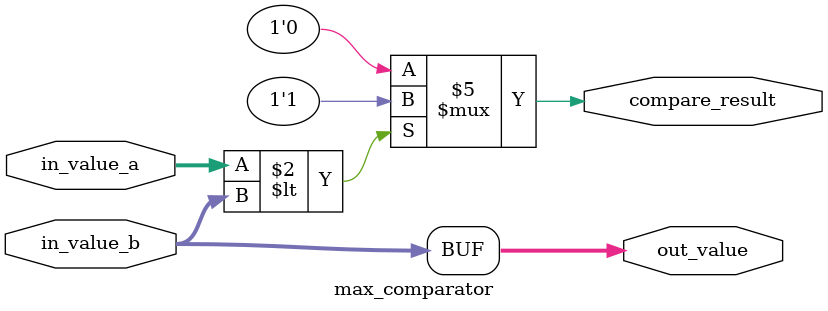
<source format=v>
`timescale 1ns / 1ps

module max_comparator(in_value_a, in_value_b, compare_result, out_value);
input signed [12:0] in_value_a; // value a + index 8+5 bits
input signed [12:0] in_value_b; // value b+ index 8+5 bits
output reg  compare_result; // binary 1 or 0
output reg signed [12:0] out_value; // value+index

always @(in_value_a or in_value_b)
begin
if(in_value_a<in_value_b)
    compare_result <= 1;
else 
    compare_result <= 0;

if(compare_result)	out_value <= in_value_a;
else out_value <= in_value_b;
end

endmodule

</source>
